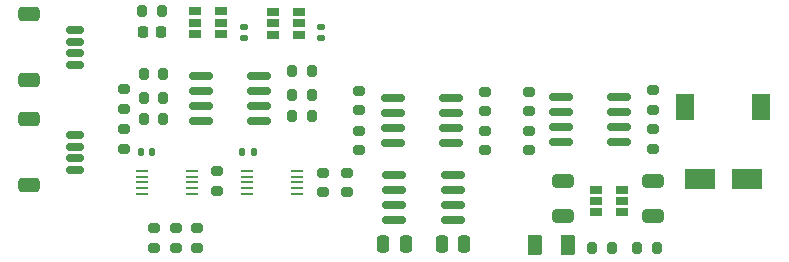
<source format=gbr>
G04 #@! TF.GenerationSoftware,KiCad,Pcbnew,6.0.4-6f826c9f35~116~ubuntu21.10.1*
G04 #@! TF.CreationDate,2022-07-14T08:28:50+02:00*
G04 #@! TF.ProjectId,Raspberry Pi Zero W,52617370-6265-4727-9279-205069205a65,1.0.8*
G04 #@! TF.SameCoordinates,Original*
G04 #@! TF.FileFunction,Paste,Top*
G04 #@! TF.FilePolarity,Positive*
%FSLAX46Y46*%
G04 Gerber Fmt 4.6, Leading zero omitted, Abs format (unit mm)*
G04 Created by KiCad (PCBNEW 6.0.4-6f826c9f35~116~ubuntu21.10.1) date 2022-07-14 08:28:50*
%MOMM*%
%LPD*%
G01*
G04 APERTURE LIST*
G04 Aperture macros list*
%AMRoundRect*
0 Rectangle with rounded corners*
0 $1 Rounding radius*
0 $2 $3 $4 $5 $6 $7 $8 $9 X,Y pos of 4 corners*
0 Add a 4 corners polygon primitive as box body*
4,1,4,$2,$3,$4,$5,$6,$7,$8,$9,$2,$3,0*
0 Add four circle primitives for the rounded corners*
1,1,$1+$1,$2,$3*
1,1,$1+$1,$4,$5*
1,1,$1+$1,$6,$7*
1,1,$1+$1,$8,$9*
0 Add four rect primitives between the rounded corners*
20,1,$1+$1,$2,$3,$4,$5,0*
20,1,$1+$1,$4,$5,$6,$7,0*
20,1,$1+$1,$6,$7,$8,$9,0*
20,1,$1+$1,$8,$9,$2,$3,0*%
G04 Aperture macros list end*
%ADD10RoundRect,0.150000X-0.825000X-0.150000X0.825000X-0.150000X0.825000X0.150000X-0.825000X0.150000X0*%
%ADD11R,1.060000X0.650000*%
%ADD12RoundRect,0.150000X-0.625000X0.150000X-0.625000X-0.150000X0.625000X-0.150000X0.625000X0.150000X0*%
%ADD13RoundRect,0.249999X-0.650001X0.350001X-0.650001X-0.350001X0.650001X-0.350001X0.650001X0.350001X0*%
%ADD14RoundRect,0.200000X0.275000X-0.200000X0.275000X0.200000X-0.275000X0.200000X-0.275000X-0.200000X0*%
%ADD15RoundRect,0.200000X-0.275000X0.200000X-0.275000X-0.200000X0.275000X-0.200000X0.275000X0.200000X0*%
%ADD16R,1.100000X0.250000*%
%ADD17RoundRect,0.200000X0.200000X0.275000X-0.200000X0.275000X-0.200000X-0.275000X0.200000X-0.275000X0*%
%ADD18RoundRect,0.200000X-0.200000X-0.275000X0.200000X-0.275000X0.200000X0.275000X-0.200000X0.275000X0*%
%ADD19R,1.500000X2.200000*%
%ADD20R,2.500000X1.800000*%
%ADD21RoundRect,0.249999X-0.650001X0.325001X-0.650001X-0.325001X0.650001X-0.325001X0.650001X0.325001X0*%
%ADD22RoundRect,0.249999X0.650001X-0.325001X0.650001X0.325001X-0.650001X0.325001X-0.650001X-0.325001X0*%
%ADD23RoundRect,0.140000X0.140000X0.170000X-0.140000X0.170000X-0.140000X-0.170000X0.140000X-0.170000X0*%
%ADD24RoundRect,0.140000X-0.170000X0.140000X-0.170000X-0.140000X0.170000X-0.140000X0.170000X0.140000X0*%
%ADD25RoundRect,0.218750X0.218750X0.256250X-0.218750X0.256250X-0.218750X-0.256250X0.218750X-0.256250X0*%
%ADD26RoundRect,0.250000X-0.250000X-0.475000X0.250000X-0.475000X0.250000X0.475000X-0.250000X0.475000X0*%
%ADD27RoundRect,0.250000X0.250000X0.475000X-0.250000X0.475000X-0.250000X-0.475000X0.250000X-0.475000X0*%
%ADD28RoundRect,0.250000X-0.375000X-0.625000X0.375000X-0.625000X0.375000X0.625000X-0.375000X0.625000X0*%
G04 APERTURE END LIST*
D10*
X131383000Y-100965000D03*
X131383000Y-102235000D03*
X131383000Y-103505000D03*
X131383000Y-104775000D03*
X136333000Y-104775000D03*
X136333000Y-103505000D03*
X136333000Y-102235000D03*
X136333000Y-100965000D03*
D11*
X133096000Y-97404000D03*
X133096000Y-96454000D03*
X133096000Y-95504000D03*
X130896000Y-95504000D03*
X130896000Y-96454000D03*
X130896000Y-97404000D03*
D12*
X120745000Y-97052000D03*
X120745000Y-98052000D03*
X120745000Y-99052000D03*
X120745000Y-100052000D03*
D13*
X116870000Y-95752000D03*
X116870000Y-101352000D03*
D12*
X120745000Y-105942000D03*
X120745000Y-106942000D03*
X120745000Y-107942000D03*
X120745000Y-108942000D03*
D13*
X116870000Y-110242000D03*
X116870000Y-104642000D03*
D14*
X141732000Y-110807000D03*
X141732000Y-109157000D03*
X132715000Y-110680000D03*
X132715000Y-109030000D03*
D15*
X131064000Y-113856000D03*
X131064000Y-115506000D03*
D11*
X139700000Y-97470000D03*
X139700000Y-96520000D03*
X139700000Y-95570000D03*
X137500000Y-95570000D03*
X137500000Y-96520000D03*
X137500000Y-97470000D03*
D16*
X139564000Y-110982000D03*
X139564000Y-110482000D03*
X139564000Y-109982000D03*
X139564000Y-109482000D03*
X139564000Y-108982000D03*
X135264000Y-108982000D03*
X135264000Y-109482000D03*
X135264000Y-109982000D03*
X135264000Y-110482000D03*
X135264000Y-110982000D03*
X130665000Y-110982000D03*
X130665000Y-110482000D03*
X130665000Y-109982000D03*
X130665000Y-109482000D03*
X130665000Y-108982000D03*
X126365000Y-108982000D03*
X126365000Y-109482000D03*
X126365000Y-109982000D03*
X126365000Y-110482000D03*
X126365000Y-110982000D03*
D17*
X128206000Y-104584500D03*
X126556000Y-104584500D03*
X128206000Y-102870000D03*
X126556000Y-102870000D03*
D18*
X126556000Y-100838000D03*
X128206000Y-100838000D03*
X139129000Y-104394000D03*
X140779000Y-104394000D03*
X139129000Y-102616000D03*
X140779000Y-102616000D03*
D17*
X140779000Y-100584000D03*
X139129000Y-100584000D03*
D14*
X144780000Y-107251000D03*
X144780000Y-105601000D03*
X144780000Y-103886000D03*
X144780000Y-102236000D03*
D15*
X155448000Y-105601000D03*
X155448000Y-107251000D03*
X155448000Y-102299000D03*
X155448000Y-103949000D03*
D14*
X159131000Y-107251000D03*
X159131000Y-105601000D03*
D15*
X127381000Y-113855500D03*
X127381000Y-115505500D03*
D14*
X159131000Y-103949000D03*
X159131000Y-102299000D03*
D15*
X129286000Y-113856000D03*
X129286000Y-115506000D03*
D14*
X169672000Y-103822000D03*
X169672000Y-102172000D03*
X169672000Y-107124000D03*
X169672000Y-105474000D03*
X124841000Y-103759000D03*
X124841000Y-102109000D03*
X124841000Y-107124000D03*
X124841000Y-105474000D03*
D19*
X178816000Y-103632000D03*
X172416000Y-103632000D03*
D11*
X164825500Y-110619500D03*
X164825500Y-111569500D03*
X164825500Y-112519500D03*
X167025500Y-112519500D03*
X167025500Y-111569500D03*
X167025500Y-110619500D03*
D20*
X173641000Y-109728000D03*
X177641000Y-109728000D03*
D21*
X162052000Y-109855000D03*
X162052000Y-112805000D03*
D22*
X169672000Y-112805000D03*
X169672000Y-109855000D03*
D18*
X168339000Y-115570000D03*
X169989000Y-115570000D03*
X164529000Y-115570000D03*
X166179000Y-115570000D03*
D23*
X135862000Y-107442000D03*
X134902000Y-107442000D03*
X127254000Y-107442000D03*
X126294000Y-107442000D03*
D24*
X135047001Y-96802000D03*
X135047001Y-97762000D03*
X141541500Y-96802000D03*
X141541500Y-97762000D03*
D18*
X126429000Y-95504000D03*
X128079000Y-95504000D03*
D25*
X128041500Y-97282000D03*
X126466500Y-97282000D03*
D10*
X147766000Y-109347000D03*
X147766000Y-110617000D03*
X147766000Y-111887000D03*
X147766000Y-113157000D03*
X152716000Y-113157000D03*
X152716000Y-111887000D03*
X152716000Y-110617000D03*
X152716000Y-109347000D03*
D26*
X146817000Y-115189000D03*
X148717000Y-115189000D03*
D27*
X153670000Y-115189000D03*
X151770000Y-115189000D03*
D10*
X147639000Y-102870000D03*
X147639000Y-104140000D03*
X147639000Y-105410000D03*
X147639000Y-106680000D03*
X152589000Y-106680000D03*
X152589000Y-105410000D03*
X152589000Y-104140000D03*
X152589000Y-102870000D03*
X161863000Y-102743000D03*
X161863000Y-104013000D03*
X161863000Y-105283000D03*
X161863000Y-106553000D03*
X166813000Y-106553000D03*
X166813000Y-105283000D03*
X166813000Y-104013000D03*
X166813000Y-102743000D03*
D15*
X143764000Y-109157000D03*
X143764000Y-110807000D03*
D28*
X159636000Y-115316000D03*
X162436000Y-115316000D03*
M02*

</source>
